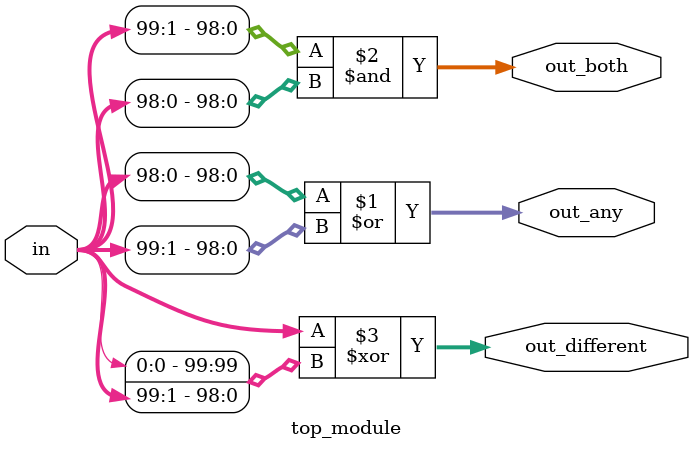
<source format=v>
module top_module( 
    input [99:0] in,
    output [98:0] out_both,
    output [99:1] out_any,
    output [99:0] out_different );
    
     assign out_any = in[98:0] | in[99:1] ;
    assign out_both = in[99:1] & in[98:0];
    assign out_different = in ^{in[0] , in[99:1]};
endmodule

</source>
